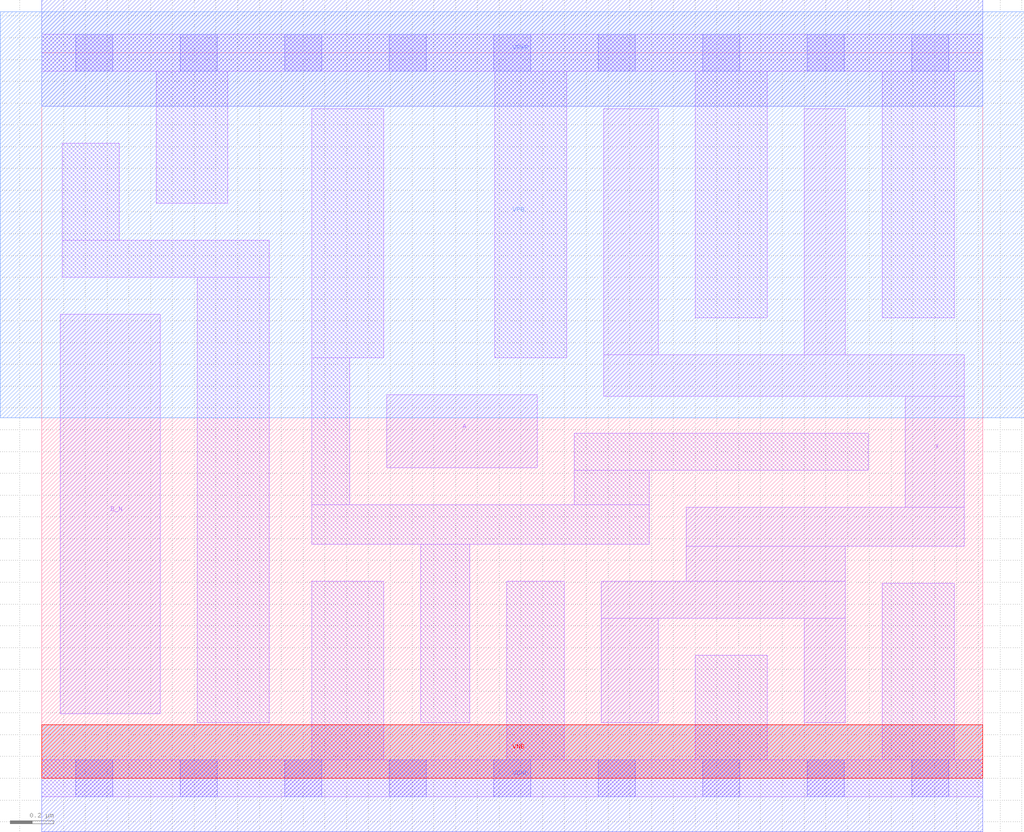
<source format=lef>
# Copyright 2020 The SkyWater PDK Authors
#
# Licensed under the Apache License, Version 2.0 (the "License");
# you may not use this file except in compliance with the License.
# You may obtain a copy of the License at
#
#     https://www.apache.org/licenses/LICENSE-2.0
#
# Unless required by applicable law or agreed to in writing, software
# distributed under the License is distributed on an "AS IS" BASIS,
# WITHOUT WARRANTIES OR CONDITIONS OF ANY KIND, either express or implied.
# See the License for the specific language governing permissions and
# limitations under the License.
#
# SPDX-License-Identifier: Apache-2.0

VERSION 5.7 ;
  NOWIREEXTENSIONATPIN ON ;
  DIVIDERCHAR "/" ;
  BUSBITCHARS "[]" ;
MACRO sky130_fd_sc_lp__or2b_4
  CLASS CORE ;
  FOREIGN sky130_fd_sc_lp__or2b_4 ;
  ORIGIN  0.000000  0.000000 ;
  SIZE  4.320000 BY  3.330000 ;
  SYMMETRY X Y R90 ;
  SITE unit ;
  PIN A
    ANTENNAGATEAREA  0.315000 ;
    DIRECTION INPUT ;
    USE SIGNAL ;
    PORT
      LAYER li1 ;
        RECT 1.585000 1.425000 2.275000 1.760000 ;
    END
  END A
  PIN B_N
    ANTENNAGATEAREA  0.126000 ;
    DIRECTION INPUT ;
    USE SIGNAL ;
    PORT
      LAYER li1 ;
        RECT 0.085000 0.295000 0.545000 2.130000 ;
    END
  END B_N
  PIN X
    ANTENNADIFFAREA  1.176000 ;
    DIRECTION OUTPUT ;
    USE SIGNAL ;
    PORT
      LAYER li1 ;
        RECT 2.570000 0.255000 2.830000 0.735000 ;
        RECT 2.570000 0.735000 3.690000 0.905000 ;
        RECT 2.580000 1.755000 4.235000 1.945000 ;
        RECT 2.580000 1.945000 2.830000 3.075000 ;
        RECT 2.960000 0.905000 3.690000 1.065000 ;
        RECT 2.960000 1.065000 4.235000 1.245000 ;
        RECT 3.500000 0.255000 3.690000 0.735000 ;
        RECT 3.500000 1.945000 3.690000 3.075000 ;
        RECT 3.965000 1.245000 4.235000 1.755000 ;
    END
  END X
  PIN VGND
    DIRECTION INOUT ;
    USE GROUND ;
    PORT
      LAYER met1 ;
        RECT 0.000000 -0.245000 4.320000 0.245000 ;
    END
  END VGND
  PIN VNB
    DIRECTION INOUT ;
    USE GROUND ;
    PORT
      LAYER pwell ;
        RECT 0.000000 0.000000 4.320000 0.245000 ;
    END
  END VNB
  PIN VPB
    DIRECTION INOUT ;
    USE POWER ;
    PORT
      LAYER nwell ;
        RECT -0.190000 1.655000 4.510000 3.520000 ;
    END
  END VPB
  PIN VPWR
    DIRECTION INOUT ;
    USE POWER ;
    PORT
      LAYER met1 ;
        RECT 0.000000 3.085000 4.320000 3.575000 ;
    END
  END VPWR
  OBS
    LAYER li1 ;
      RECT 0.000000 -0.085000 4.320000 0.085000 ;
      RECT 0.000000  3.245000 4.320000 3.415000 ;
      RECT 0.095000  2.300000 1.045000 2.470000 ;
      RECT 0.095000  2.470000 0.355000 2.915000 ;
      RECT 0.525000  2.640000 0.855000 3.245000 ;
      RECT 0.715000  0.255000 1.045000 2.300000 ;
      RECT 1.240000  0.085000 1.570000 0.905000 ;
      RECT 1.240000  1.075000 2.790000 1.255000 ;
      RECT 1.240000  1.255000 1.415000 1.930000 ;
      RECT 1.240000  1.930000 1.570000 3.075000 ;
      RECT 1.740000  0.255000 1.965000 1.075000 ;
      RECT 2.080000  1.930000 2.410000 3.245000 ;
      RECT 2.135000  0.085000 2.400000 0.905000 ;
      RECT 2.445000  1.255000 2.790000 1.415000 ;
      RECT 2.445000  1.415000 3.795000 1.585000 ;
      RECT 3.000000  0.085000 3.330000 0.565000 ;
      RECT 3.000000  2.115000 3.330000 3.245000 ;
      RECT 3.860000  0.085000 4.190000 0.895000 ;
      RECT 3.860000  2.115000 4.190000 3.245000 ;
    LAYER mcon ;
      RECT 0.155000 -0.085000 0.325000 0.085000 ;
      RECT 0.155000  3.245000 0.325000 3.415000 ;
      RECT 0.635000 -0.085000 0.805000 0.085000 ;
      RECT 0.635000  3.245000 0.805000 3.415000 ;
      RECT 1.115000 -0.085000 1.285000 0.085000 ;
      RECT 1.115000  3.245000 1.285000 3.415000 ;
      RECT 1.595000 -0.085000 1.765000 0.085000 ;
      RECT 1.595000  3.245000 1.765000 3.415000 ;
      RECT 2.075000 -0.085000 2.245000 0.085000 ;
      RECT 2.075000  3.245000 2.245000 3.415000 ;
      RECT 2.555000 -0.085000 2.725000 0.085000 ;
      RECT 2.555000  3.245000 2.725000 3.415000 ;
      RECT 3.035000 -0.085000 3.205000 0.085000 ;
      RECT 3.035000  3.245000 3.205000 3.415000 ;
      RECT 3.515000 -0.085000 3.685000 0.085000 ;
      RECT 3.515000  3.245000 3.685000 3.415000 ;
      RECT 3.995000 -0.085000 4.165000 0.085000 ;
      RECT 3.995000  3.245000 4.165000 3.415000 ;
  END
END sky130_fd_sc_lp__or2b_4
END LIBRARY

</source>
